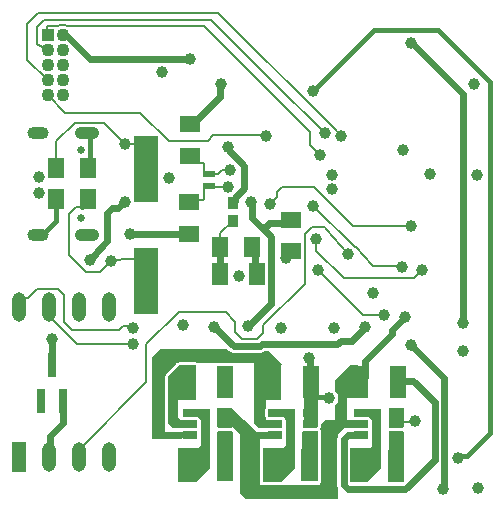
<source format=gbl>
G04*
G04 #@! TF.GenerationSoftware,Altium Limited,Altium Designer,22.5.1 (42)*
G04*
G04 Layer_Physical_Order=4*
G04 Layer_Color=16711680*
%FSLAX44Y44*%
%MOMM*%
G71*
G04*
G04 #@! TF.SameCoordinates,71178AE7-794B-4274-92FD-453C924C4812*
G04*
G04*
G04 #@! TF.FilePolarity,Positive*
G04*
G01*
G75*
%ADD11C,0.2000*%
%ADD24R,1.8200X1.4400*%
%ADD31R,1.3500X1.9000*%
%ADD32R,1.4400X1.8200*%
%ADD49C,0.6500*%
G04:AMPARAMS|DCode=50|XSize=1mm|YSize=2.1mm|CornerRadius=0.5mm|HoleSize=0mm|Usage=FLASHONLY|Rotation=270.000|XOffset=0mm|YOffset=0mm|HoleType=Round|Shape=RoundedRectangle|*
%AMROUNDEDRECTD50*
21,1,1.0000,1.1000,0,0,270.0*
21,1,0.0000,2.1000,0,0,270.0*
1,1,1.0000,-0.5500,0.0000*
1,1,1.0000,-0.5500,0.0000*
1,1,1.0000,0.5500,0.0000*
1,1,1.0000,0.5500,0.0000*
%
%ADD50ROUNDEDRECTD50*%
G04:AMPARAMS|DCode=51|XSize=1mm|YSize=1.8mm|CornerRadius=0.5mm|HoleSize=0mm|Usage=FLASHONLY|Rotation=270.000|XOffset=0mm|YOffset=0mm|HoleType=Round|Shape=RoundedRectangle|*
%AMROUNDEDRECTD51*
21,1,1.0000,0.8000,0,0,270.0*
21,1,0.0000,1.8000,0,0,270.0*
1,1,1.0000,-0.4000,0.0000*
1,1,1.0000,-0.4000,0.0000*
1,1,1.0000,0.4000,0.0000*
1,1,1.0000,0.4000,0.0000*
%
%ADD51ROUNDEDRECTD51*%
%ADD60C,0.6000*%
%ADD61C,0.4000*%
%ADD62R,1.2000X2.5000*%
%ADD63O,1.2000X2.5000*%
%ADD64R,1.1000X1.1000*%
%ADD65C,1.1000*%
%ADD66C,1.0000*%
%ADD67C,0.2000*%
%ADD68R,2.1000X5.6000*%
%ADD69R,1.0000X0.5500*%
%ADD70R,0.9700X1.0000*%
%ADD71R,0.8000X2.0000*%
%ADD72R,1.3500X2.8000*%
G04:AMPARAMS|DCode=73|XSize=0.65mm|YSize=1.2mm|CornerRadius=0.0488mm|HoleSize=0mm|Usage=FLASHONLY|Rotation=270.000|XOffset=0mm|YOffset=0mm|HoleType=Round|Shape=RoundedRectangle|*
%AMROUNDEDRECTD73*
21,1,0.6500,1.1025,0,0,270.0*
21,1,0.5525,1.2000,0,0,270.0*
1,1,0.0975,-0.5513,-0.2763*
1,1,0.0975,-0.5513,0.2763*
1,1,0.0975,0.5513,0.2763*
1,1,0.0975,0.5513,-0.2763*
%
%ADD73ROUNDEDRECTD73*%
G36*
X339000Y80000D02*
X339000Y64289D01*
X338965Y64167D01*
X338675Y63807D01*
X337766Y63243D01*
X337730Y63240D01*
X326738D01*
X326000Y64334D01*
Y80000D01*
X339000Y80000D01*
D02*
G37*
G36*
X266000Y64334D02*
X265262Y63240D01*
X254237D01*
X254000Y63435D01*
Y115000D01*
X266000D01*
Y64334D01*
D02*
G37*
G36*
X190943Y128206D02*
X190943Y128206D01*
X192776Y126981D01*
X194937Y126552D01*
X194937Y126552D01*
X217402D01*
X217402Y126552D01*
X219564Y126981D01*
X221397Y128206D01*
X221542Y128351D01*
X224648D01*
X236000Y117000D01*
X235000Y116000D01*
Y87000D01*
X222000D01*
Y80115D01*
X221886Y79944D01*
X221651Y78762D01*
Y73238D01*
X221886Y72056D01*
X222000Y71885D01*
Y69701D01*
X224296D01*
X224895Y68581D01*
X224781Y68412D01*
X224351Y66250D01*
X224745Y64270D01*
X224354Y63289D01*
X224200Y63000D01*
X216000D01*
X212213Y66786D01*
Y118000D01*
X196790D01*
Y118040D01*
X178210D01*
Y118000D01*
X164790D01*
Y118040D01*
X164519D01*
X163991Y118393D01*
X163000Y118590D01*
X149000D01*
X148009Y118393D01*
X147481Y118040D01*
X146210D01*
Y116873D01*
X137169Y107831D01*
X136607Y106991D01*
X136410Y106000D01*
Y67000D01*
X136607Y66009D01*
X137000Y65421D01*
Y60000D01*
X151700D01*
X151854Y59710D01*
X152245Y58730D01*
X151851Y56750D01*
X152146Y55270D01*
X151263Y54000D01*
X126000D01*
Y123000D01*
X133000Y130000D01*
X189149D01*
X190943Y128206D01*
D02*
G37*
G36*
X163000Y87000D02*
X148000D01*
Y72000D01*
X150000Y70000D01*
X163337D01*
X164000Y69338D01*
Y63000D01*
X143000D01*
X139000Y67000D01*
Y106000D01*
X149000Y116000D01*
X163000D01*
Y87000D01*
D02*
G37*
G36*
X339000Y59602D02*
Y18000D01*
X326000D01*
Y60045D01*
X326738Y60651D01*
X337762D01*
X339000Y59602D01*
D02*
G37*
G36*
X266000Y60045D02*
Y18000D01*
X253000D01*
Y59602D01*
X254237Y60651D01*
X265262D01*
X266000Y60045D01*
D02*
G37*
G36*
X193656Y60102D02*
X193947Y59755D01*
X193969Y59702D01*
X194000Y59602D01*
Y18000D01*
X181000D01*
Y59524D01*
X181027Y59656D01*
X181737Y60651D01*
X192763D01*
X193656Y60102D01*
D02*
G37*
G36*
X320000Y29000D02*
X308000Y17000D01*
X293648D01*
Y46000D01*
X310000D01*
X312000Y48000D01*
Y70000D01*
X309000Y73000D01*
X297000D01*
Y79000D01*
X320000D01*
Y29000D01*
D02*
G37*
G36*
X247000D02*
X235000Y17000D01*
X220000D01*
Y46000D01*
X237000D01*
X239000Y48000D01*
Y70000D01*
X238629Y70371D01*
X238614Y70444D01*
X237945Y71445D01*
X236944Y72114D01*
X236871Y72129D01*
X236000Y73000D01*
X224338D01*
X224240Y73493D01*
Y78507D01*
X224338Y79000D01*
X247000D01*
Y29000D01*
D02*
G37*
G36*
X175000D02*
X163000Y17000D01*
X148000D01*
Y46000D01*
X165000D01*
X167000Y48000D01*
Y70000D01*
X164000Y73000D01*
X152000D01*
Y79000D01*
X175000D01*
Y29000D01*
D02*
G37*
G36*
X300090Y108079D02*
X298006Y105994D01*
X296781Y104162D01*
X296352Y102000D01*
X296781Y99838D01*
X298006Y98006D01*
X299838Y96781D01*
X302000Y96351D01*
X304162Y96781D01*
X305994Y98006D01*
X307827Y99838D01*
X309000Y99352D01*
Y88000D01*
X291000D01*
Y70000D01*
X308337D01*
X309000Y69338D01*
Y63000D01*
X288000D01*
X283000Y58000D01*
Y55974D01*
X282782Y55647D01*
X282351Y53485D01*
X282351Y53485D01*
Y14515D01*
X282351Y14515D01*
X282782Y12353D01*
X283000Y12026D01*
Y3000D01*
X205000D01*
X200000Y8000D01*
Y58000D01*
X194565Y63435D01*
X193000D01*
D01*
X192762Y63240D01*
X181738D01*
X181000Y64334D01*
Y80000D01*
X193000D01*
Y79891D01*
X215000Y60000D01*
X236000D01*
Y54000D01*
X217000D01*
Y16000D01*
X217210Y15790D01*
Y14960D01*
X218481D01*
X219009Y14607D01*
X220000Y14410D01*
X235000D01*
X235991Y14607D01*
X236579Y15000D01*
X249210D01*
Y14960D01*
X267790D01*
Y15000D01*
X268000D01*
Y16421D01*
X268393Y17009D01*
X268590Y18000D01*
Y60045D01*
X268565Y60171D01*
X268577Y60299D01*
X268467Y60663D01*
X268393Y61037D01*
X268321Y61143D01*
X268284Y61266D01*
X268043Y61560D01*
X268000Y61624D01*
Y62385D01*
X268114Y62556D01*
X268209Y63035D01*
X268248Y63126D01*
X268393Y63343D01*
X268441Y63587D01*
X268538Y63817D01*
X268539Y64078D01*
X268590Y64334D01*
Y66590D01*
X272000Y70000D01*
X281000D01*
Y82337D01*
X282034Y83370D01*
X283026Y85090D01*
X283540Y87007D01*
Y88993D01*
X283026Y90910D01*
X282034Y92630D01*
X281000Y93663D01*
Y104000D01*
X293000Y116000D01*
X300090D01*
Y108079D01*
D02*
G37*
D11*
X298263Y215806D02*
G03*
X297946Y216130I-6263J-5806D01*
G01*
X278980Y318146D02*
G03*
X278540Y318614I-6441J-5608D01*
G01*
X54036Y403586D02*
G03*
X46364Y403586I-3836J-8186D01*
G01*
X37221Y401586D02*
G03*
X37221Y401585I2000J-0D01*
G01*
X103000Y303000D02*
X111500D01*
X113500Y301000D01*
Y294988D02*
Y301000D01*
X60144Y321119D02*
X84881D01*
X103000Y303000D01*
X298263Y215806D02*
X311828Y201172D01*
X313000Y200000D01*
X262000Y251000D02*
X297946Y216130D01*
X313000Y200000D02*
X313828Y200000D01*
X261000Y233000D02*
X272000D01*
X273172Y231828D01*
X292000Y210000D01*
X313828Y200000D02*
X336000D01*
X304000Y159000D02*
X322000D01*
X101000Y149171D02*
X108828D01*
X97828Y146000D02*
X101000Y149171D01*
X108828D02*
X110000Y148000D01*
X58000Y146000D02*
X97828D01*
X51300Y152700D02*
Y175700D01*
Y152700D02*
X58000Y146000D01*
X38600Y157400D02*
X62000Y134000D01*
X38600Y157400D02*
Y165000D01*
X62000Y134000D02*
X110000D01*
X121000Y133828D02*
X148172Y161000D01*
X64000Y44500D02*
X121000Y101500D01*
Y133828D01*
X148172Y161000D02*
X188000D01*
X69710Y195290D02*
X82000D01*
X90710Y204000D01*
X90710Y204000D02*
X91811Y205101D01*
X55556Y209444D02*
X69710Y195290D01*
X55556Y209444D02*
Y244556D01*
X98710Y205101D02*
X99710Y206101D01*
X91811Y205101D02*
X98710D01*
X99710Y206101D02*
X111500D01*
X113500Y208101D02*
Y212000D01*
X111500Y206101D02*
X113500Y208101D01*
X115960Y330000D02*
X139960Y306000D01*
X52016Y330000D02*
X115960D01*
X61287Y250287D02*
X66160D01*
X55556Y244556D02*
X61287Y250287D01*
X44640Y305614D02*
X60144Y321119D01*
X44640Y283000D02*
Y305614D01*
X259750Y302250D02*
X268000Y294000D01*
X259750Y302250D02*
Y313250D01*
X169414Y403586D02*
X259750Y313250D01*
X183172Y412828D02*
X278540Y318614D01*
X182000Y414000D02*
X183172Y412828D01*
X54036Y403586D02*
X169414D01*
X278980Y318146D02*
X286039Y310039D01*
X227529Y356471D02*
X272539Y312539D01*
X175760Y408240D02*
X227529Y356471D01*
X54036Y403586D02*
X54036D01*
X29000Y414000D02*
X58407D01*
X20000Y405000D02*
X29000Y414000D01*
X58407D02*
X182000D01*
X34334Y408240D02*
X175760D01*
X28460Y402366D02*
X34334Y408240D01*
X173000Y306000D02*
X177694Y310694D01*
X139960Y306000D02*
X173000D01*
X177694Y310694D02*
X220993D01*
X182002Y278167D02*
X184835Y281000D01*
X192000D01*
X174167Y278167D02*
X182002D01*
X220993Y310694D02*
X221877Y309810D01*
X235854Y266890D02*
X263110D01*
X296290Y233710D02*
X344710D01*
X263110Y266890D02*
X296290Y233710D01*
X172417Y267333D02*
X189667D01*
X190000Y267000D01*
X171917Y267833D02*
X172417Y267333D01*
X170000Y265916D02*
X171917Y267833D01*
X215000Y138000D02*
X220000Y143000D01*
Y150000D01*
X202000Y138000D02*
X215000D01*
X196000Y144000D02*
Y153000D01*
X188000Y161000D02*
X196000Y153000D01*
Y144000D02*
X202000Y138000D01*
X336000Y200000D02*
X337000Y199000D01*
X266000Y197000D02*
X304000Y159000D01*
X347650Y190110D02*
X354000Y196460D01*
X303587Y190110D02*
X347650D01*
X37807Y403000D02*
X38393Y403586D01*
X37221Y402414D02*
X37807Y403000D01*
X37221Y401586D02*
X37221Y402414D01*
X37221Y401585D02*
X37221Y401541D01*
X37223Y401495D01*
X38393Y403586D02*
X46364D01*
X37223Y401495D02*
X37294Y399944D01*
Y399900D02*
Y399944D01*
Y399900D02*
X37500Y395400D01*
X28460Y388434D02*
Y402366D01*
X20000Y374715D02*
Y405000D01*
Y374715D02*
X37415Y357300D01*
X28460Y388434D02*
X30534Y386360D01*
X31405D01*
X344710Y233710D02*
X345000Y234000D01*
X287890Y190110D02*
X303587D01*
X303587Y190110D01*
X264790Y213210D02*
X287890Y190110D01*
X264790Y213210D02*
Y222803D01*
X220000Y150000D02*
X254900Y184900D01*
Y226900D01*
X261000Y233000D01*
X226000Y252322D02*
X231951Y258272D01*
Y262987D02*
X235854Y266890D01*
X231951Y258272D02*
Y262987D01*
X20374Y173054D02*
X28359Y181040D01*
X13200Y165000D02*
Y168435D01*
X17819Y173054D01*
X20374D01*
X28359Y181040D02*
X45960D01*
X51300Y175700D01*
X183640Y216000D02*
Y228140D01*
X194000Y238500D01*
Y238650D01*
X168928Y287440D02*
X170100Y286268D01*
X164200Y287440D02*
X168928D01*
X170100Y280084D02*
Y286268D01*
X158568Y255928D02*
X168828D01*
X170000Y257100D01*
Y265916D01*
X157000Y254360D02*
X158568Y255928D01*
X64000Y38000D02*
Y44500D01*
X37500Y344515D02*
X52016Y330000D01*
X37500Y344515D02*
Y344600D01*
X37415Y357300D02*
X37500D01*
X31405Y386360D02*
X35065Y382700D01*
X37500D01*
X158000Y293640D02*
X164200Y287440D01*
X171850Y278334D02*
X174000D01*
X170100Y280084D02*
X171850Y278334D01*
X174000D02*
X174167Y278167D01*
X332250Y66500D02*
X333500Y67750D01*
X346750D01*
X348000Y69000D01*
D24*
X158000Y320360D02*
D03*
Y293640D02*
D03*
X157000Y227640D02*
D03*
Y254360D02*
D03*
X243000Y212640D02*
D03*
Y239360D02*
D03*
D31*
X183000Y193000D02*
D03*
X215000D02*
D03*
D32*
X71360Y283000D02*
D03*
X44640D02*
D03*
Y257000D02*
D03*
X71360D02*
D03*
X183640Y216000D02*
D03*
X210360D02*
D03*
D49*
X65596Y240479D02*
D03*
Y298279D02*
D03*
D50*
X70596Y226179D02*
D03*
Y312579D02*
D03*
D51*
X28796Y226179D02*
D03*
Y312579D02*
D03*
D60*
X54070Y394443D02*
X73513Y375000D01*
X158000D01*
X84521Y217521D02*
X88000Y221000D01*
X73000Y205000D02*
X84521Y217521D01*
X115500Y210000D02*
X121000Y204500D01*
X113500Y212000D02*
X115500Y210000D01*
X88000Y221000D02*
Y244935D01*
X92057Y248992D01*
X96886D02*
X101894Y254000D01*
X102977D01*
X92057Y248992D02*
X96886D01*
X113500Y294988D02*
X121000Y287488D01*
Y282500D02*
Y287488D01*
Y187500D02*
Y204500D01*
X107000Y227640D02*
X157000D01*
X190000Y298991D02*
X204000Y284991D01*
Y266094D02*
Y284991D01*
X190000Y298991D02*
Y300804D01*
X195850Y257944D02*
X204000Y266094D01*
X210537Y240368D02*
Y253252D01*
X209255Y254534D02*
X210537Y253252D01*
Y240368D02*
X219672Y231233D01*
X178293Y148844D02*
X194937Y132200D01*
X217402D01*
X259500Y102000D02*
Y121610D01*
X259000Y122110D02*
X259500Y121610D01*
X282455Y134000D02*
X285455Y137000D01*
X217402Y132200D02*
X219202Y134000D01*
X282455D01*
X259500Y102000D02*
X260000Y101500D01*
X285455Y137000D02*
X294890D01*
X305956Y148066D01*
X207000Y149000D02*
X207292D01*
X226550Y168258D01*
X328580Y145690D02*
X340000Y157110D01*
X328580Y142580D02*
Y145690D01*
X305739Y119739D02*
X328580Y142580D01*
X305739Y105739D02*
Y119739D01*
X302000Y102000D02*
X305739Y105739D01*
X389000Y152000D02*
Y346000D01*
X346000Y389000D02*
X389000Y346000D01*
X345000Y389000D02*
X346000D01*
X183320Y215680D02*
X183640Y216000D01*
X183000Y193000D02*
X183320Y193320D01*
Y215680D01*
X212680Y195320D02*
Y213680D01*
Y195320D02*
X215000Y193000D01*
X210360Y216000D02*
X212680Y213680D01*
X220215Y233360D02*
X221853D01*
X224900Y236407D02*
X240047D01*
X243000Y239360D01*
X221853Y233360D02*
X224900Y236407D01*
X220215Y231233D02*
X226550Y224898D01*
X219672Y231233D02*
X220215D01*
X195850Y255200D02*
Y257944D01*
X194000Y253350D02*
X195850Y255200D01*
X226550Y168258D02*
Y224898D01*
X334000Y103000D02*
Y104890D01*
X50200Y395400D02*
X51157Y394443D01*
X54070D01*
X159900Y320360D02*
X183078Y343538D01*
Y352718D02*
X184360Y354000D01*
X158000Y320360D02*
X159900D01*
X183078Y343538D02*
Y352718D01*
X372800Y11800D02*
Y105200D01*
X372000Y11000D02*
X372800Y11800D01*
X365000Y35864D02*
Y85000D01*
X340136Y11000D02*
X365000Y35864D01*
X291515Y11000D02*
X340136D01*
X334000Y103000D02*
X347000D01*
X365000Y85000D01*
X345000Y133000D02*
X372800Y105200D01*
X334000Y102000D02*
X334000Y102000D01*
X334000Y102000D02*
Y103000D01*
X187441Y101390D02*
X187500Y101449D01*
Y101500D01*
X38600Y38000D02*
X39748Y39148D01*
Y56220D01*
X50500Y66972D01*
Y85972D01*
X41000Y138000D02*
X41007Y137993D01*
Y116034D02*
X41014Y116028D01*
X41007Y116034D02*
Y137993D01*
X288000Y14515D02*
Y53485D01*
Y14515D02*
X291515Y11000D01*
X288000Y53485D02*
X291515Y57000D01*
X302750D01*
X157500Y56750D02*
X157750Y57000D01*
X230000Y66250D02*
X230250Y66500D01*
D61*
X262000Y348000D02*
X313890Y399890D01*
X32796Y226179D02*
X44640Y238023D01*
Y257000D01*
X367511Y399890D02*
X411780Y355621D01*
X313890Y399890D02*
X367511D01*
X411780Y58780D02*
Y355621D01*
X28796Y226179D02*
X32796D01*
X70596Y312579D02*
X70614D01*
X73386Y285026D02*
Y309807D01*
X70614Y312579D02*
X73386Y309807D01*
X71360Y283000D02*
X73386Y285026D01*
X71360Y255487D02*
Y257000D01*
X66160Y250287D02*
X71360Y255487D01*
X392382Y39382D02*
X411780Y58780D01*
X384860Y37718D02*
X386525Y39382D01*
X392382D01*
X274500Y89500D02*
X276000Y88000D01*
X264750Y89500D02*
X274500D01*
X260000Y94250D02*
X264750Y89500D01*
X260000Y94250D02*
Y101500D01*
D62*
X13200Y38000D02*
D03*
D63*
X38600D02*
D03*
X64000D02*
D03*
X89400D02*
D03*
X13200Y165000D02*
D03*
X38600D02*
D03*
X64000D02*
D03*
X89400D02*
D03*
D64*
X37500Y395400D02*
D03*
D65*
X50200D02*
D03*
X37500Y382700D02*
D03*
X50200D02*
D03*
X37500Y370000D02*
D03*
X50200D02*
D03*
X37500Y357300D02*
D03*
X50200D02*
D03*
X37500Y344600D02*
D03*
X50200D02*
D03*
D66*
X29900Y275168D02*
D03*
Y262000D02*
D03*
X103000Y303000D02*
D03*
X158000Y375000D02*
D03*
X134191Y364460D02*
D03*
X292000Y210000D02*
D03*
X322000Y159000D02*
D03*
X312776Y177547D02*
D03*
X110000Y148000D02*
D03*
Y134000D02*
D03*
X73000Y205000D02*
D03*
X90710Y204000D02*
D03*
X102977Y254000D02*
D03*
X140378Y275000D02*
D03*
X107000Y227640D02*
D03*
X272539Y312539D02*
D03*
X278344Y277535D02*
D03*
X268000Y294000D02*
D03*
X286039Y310039D02*
D03*
X278000Y265000D02*
D03*
X192000Y281000D02*
D03*
X190000Y300804D02*
D03*
X221877Y309810D02*
D03*
X178293Y148844D02*
D03*
X345000Y234000D02*
D03*
X389000Y128000D02*
D03*
X279651Y148011D02*
D03*
X41000Y138000D02*
D03*
X184360Y354000D02*
D03*
X187441Y101390D02*
D03*
X361000Y278000D02*
D03*
X155461Y101531D02*
D03*
X276000Y88000D02*
D03*
X348000Y69000D02*
D03*
X345000Y133000D02*
D03*
X372000Y11000D02*
D03*
X384860Y37718D02*
D03*
X402000Y12000D02*
D03*
X151640Y150000D02*
D03*
X235000Y148000D02*
D03*
X207000Y149000D02*
D03*
X334000Y104890D02*
D03*
X239000Y207000D02*
D03*
X210360Y216000D02*
D03*
X183640D02*
D03*
X338210Y298676D02*
D03*
X345000Y389000D02*
D03*
X398000Y354000D02*
D03*
X262000Y251000D02*
D03*
X400890Y277000D02*
D03*
X389000Y152000D02*
D03*
X262000Y348000D02*
D03*
X264790Y222803D02*
D03*
X199000Y192000D02*
D03*
X266000Y197000D02*
D03*
X226000Y252322D02*
D03*
X190000Y267000D02*
D03*
X259000Y122110D02*
D03*
X209255Y254534D02*
D03*
X305956Y148066D02*
D03*
X354000Y196460D02*
D03*
X340000Y157110D02*
D03*
X337000Y199000D02*
D03*
D67*
X37807Y403000D02*
D03*
D68*
X121000Y282500D02*
D03*
Y187500D02*
D03*
D69*
X174000Y267666D02*
D03*
Y278334D02*
D03*
D70*
X194000Y238650D02*
D03*
Y253350D02*
D03*
D71*
X41014Y116028D02*
D03*
X31500Y85972D02*
D03*
X50500D02*
D03*
D72*
X155500Y101500D02*
D03*
X187500D02*
D03*
X228000D02*
D03*
X260000D02*
D03*
X258500Y31500D02*
D03*
X226500D02*
D03*
X302000Y102000D02*
D03*
X334000D02*
D03*
X332000Y31000D02*
D03*
X300000D02*
D03*
X187500Y31500D02*
D03*
X155500D02*
D03*
D73*
X302750Y57000D02*
D03*
Y66500D02*
D03*
Y76000D02*
D03*
X332250D02*
D03*
Y66500D02*
D03*
Y57000D02*
D03*
X157750D02*
D03*
Y66500D02*
D03*
Y76000D02*
D03*
X187250D02*
D03*
Y66500D02*
D03*
Y57000D02*
D03*
X230250D02*
D03*
Y66500D02*
D03*
Y76000D02*
D03*
X259750D02*
D03*
Y66500D02*
D03*
Y57000D02*
D03*
M02*

</source>
